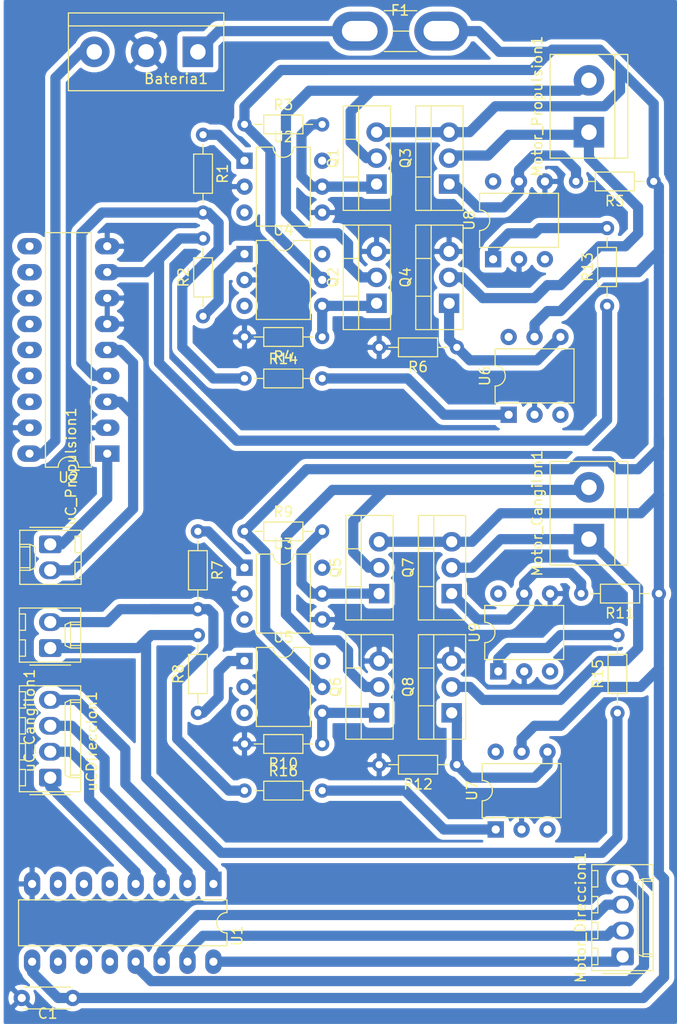
<source format=kicad_pcb>
(kicad_pcb (version 20171130) (host pcbnew "(5.1.5)-3")
  (layers (0 F.Cu signal) (31 B.Cu signal) (34 B.Paste user) (35 F.Paste user) (36 B.SilkS user) (37 F.SilkS user) (38 B.Mask user) (39 F.Mask user) (44 Edge.Cuts user))
  (net 0 "")
  (net 1 "Net-(Bateria1-Pad1)")
  (net 2 "Net-(Motor_Cangilon1-Pad2)")
  (net 3 "Net-(Motor_Cangilon1-Pad1)")
  (net 4 "Net-(Motor_Propulsion1-Pad2)")
  (net 5 "Net-(Motor_Propulsion1-Pad1)")
  (net 6 "Net-(Q1-Pad1)")
  (net 7 "Net-(Q2-Pad1)")
  (net 8 "Net-(Q5-Pad1)")
  (net 9 "Net-(Q6-Pad1)")
  (net 10 Earth)
  (net 11 "Net-(Q3-Pad1)")
  (net 12 "Net-(Q4-Pad1)")
  (net 13 "Net-(Q7-Pad1)")
  (net 14 "Net-(Q8-Pad1)")
  (net 15 "Net-(R1-Pad2)")
  (net 16 "Net-(R16-Pad1)")
  (net 17 "Net-(Motor_Direccion1-Pad4)")
  (net 18 "Net-(Motor_Direccion1-Pad3)")
  (net 19 "Net-(U1-Pad6)")
  (net 20 "Net-(U1-Pad5)")
  (net 21 "Net-(U1-Pad4)")
  (net 22 "Net-(U1-Pad10)")
  (net 23 "Net-(U1-Pad3)")
  (net 24 "Net-(U1-Pad2)")
  (net 25 "Net-(U1-Pad1)")
  (net 26 "Net-(Motor_Direccion1-Pad2)")
  (net 27 "Net-(Motor_Direccion1-Pad1)")
  (net 28 "Net-(U1-Pad7)")
  (net 29 "Net-(U1-Pad12)")
  (net 30 "Net-(U1-Pad11)")
  (net 31 "Net-(C1-Pad1)")
  (net 32 "Net-(R1-Pad1)")
  (net 33 "Net-(R13-Pad1)")
  (net 34 "Net-(R2-Pad1)")
  (net 35 "Net-(R7-Pad1)")
  (net 36 "Net-(R15-Pad1)")
  (net 37 "Net-(R8-Pad1)")
  (net 38 "Net-(R13-Pad2)")
  (net 39 "Net-(R14-Pad2)")
  (net 40 "Net-(R15-Pad2)")
  (net 41 "Net-(R16-Pad2)")
  (net 42 "Net-(U2-Pad6)")
  (net 43 "Net-(U2-Pad3)")
  (net 44 "Net-(U3-Pad6)")
  (net 45 "Net-(U3-Pad3)")
  (net 46 "Net-(U4-Pad6)")
  (net 47 "Net-(U4-Pad3)")
  (net 48 "Net-(U5-Pad6)")
  (net 49 "Net-(U5-Pad3)")
  (net 50 "Net-(U6-Pad6)")
  (net 51 "Net-(U6-Pad3)")
  (net 52 "Net-(U7-Pad6)")
  (net 53 "Net-(U7-Pad3)")
  (net 54 "Net-(U8-Pad6)")
  (net 55 "Net-(U8-Pad3)")
  (net 56 "Net-(U9-Pad6)")
  (net 57 "Net-(U9-Pad3)")
  (net 58 "Net-(U2-Pad1)")
  (net 59 "Net-(U2-Pad10)")
  (net 60 "Net-(U2-Pad11)")
  (net 61 "Net-(U2-Pad12)")
  (net 62 "Net-(U2-Pad13)")
  (net 63 "Net-(U2-Pad14)")
  (module Connector_Molex:Molex_KK-254_AE-6410-04A_1x04_P2.54mm_Vertical (layer F.Cu) (at 102.362 115.57 90)
    (fp_text reference uCDireccion1 (at 3.556 4.064 90) (layer F.SilkS))
    (fp_text value Screw_Terminal_01x04)
    (pad 4 thru_hole oval (at 7.62 0 90) (size 1.74 2.2) (drill 1.2) (layers *.Cu *.Mask) (net 25 "Net-(U1-Pad1)"))
    (pad 3 thru_hole oval (at 5.08 0 90) (size 1.74 2.2) (drill 1.2) (layers *.Cu *.Mask) (net 24 "Net-(U1-Pad2)"))
    (pad 2 thru_hole oval (at 2.54 0 90) (size 1.74 2.2) (drill 1.2) (layers *.Cu *.Mask) (net 23 "Net-(U1-Pad3)"))
    (pad 1 thru_hole roundrect (at 0 0 90) (size 1.74 2.2) (drill 1.2) (layers *.Cu *.Mask) (roundrect_rratio 0.143678) (net 21 "Net-(U1-Pad4)"))
  )
  (module TerminalBlock:TerminalBlock_bornier-3_P5.08mm (layer F.Cu) (at 116.84 44.45 180)
    (fp_text reference Bateria1 (at 2.1336 -2.6416) (layer F.SilkS))
    (fp_text value Screw_Terminal_01x02)
    (pad 3 thru_hole circle (at 10.16 0 180) (size 3 3) (drill 1.52) (layers *.Cu *.Mask))
    (pad 2 thru_hole circle (at 5.08 0 180) (size 3 3) (drill 1.52) (layers *.Cu *.Mask) (net 10 Earth))
    (pad 1 thru_hole rect (at 0 0 180) (size 3 3) (drill 1.52) (layers *.Cu *.Mask) (net 1 "Net-(Bateria1-Pad1)"))
  )
  (module Resistor_THT:R_Axial_DIN0204_L3.6mm_D1.6mm_P7.62mm_Horizontal (layer F.Cu) (at 142.24 73.406 180)
    (fp_text reference R6 (at 3.81 -1.92) (layer F.SilkS))
    (fp_text value 10k)
    (pad 2 thru_hole oval (at 7.62 0 180) (size 1.4 1.4) (drill 0.7) (layers *.Cu *.Mask) (net 10 Earth))
    (pad 1 thru_hole circle (at 0 0 180) (size 1.4 1.4) (drill 0.7) (layers *.Cu *.Mask) (net 12 "Net-(Q4-Pad1)"))
  )
  (module Package_DIP:DIP-6_W7.62mm (layer F.Cu) (at 146.05 120.65 90)
    (fp_text reference U7 (at 3.81 -2.33 90) (layer F.SilkS))
    (fp_text value 4N25)
    (pad 6 thru_hole oval (at 7.62 0 90) (size 1.6 1.6) (drill 0.8) (layers *.Cu *.Mask) (net 52 "Net-(U7-Pad6)"))
    (pad 3 thru_hole oval (at 0 5.08 90) (size 1.6 1.6) (drill 0.8) (layers *.Cu *.Mask) (net 53 "Net-(U7-Pad3)"))
    (pad 5 thru_hole oval (at 7.62 2.54 90) (size 1.6 1.6) (drill 0.8) (layers *.Cu *.Mask) (net 31 "Net-(C1-Pad1)"))
    (pad 2 thru_hole oval (at 0 2.54 90) (size 1.6 1.6) (drill 0.8) (layers *.Cu *.Mask) (net 10 Earth))
    (pad 4 thru_hole oval (at 7.62 5.08 90) (size 1.6 1.6) (drill 0.8) (layers *.Cu *.Mask) (net 14 "Net-(Q8-Pad1)"))
    (pad 1 thru_hole rect (at 0 0 90) (size 1.6 1.6) (drill 0.8) (layers *.Cu *.Mask) (net 41 "Net-(R16-Pad2)"))
  )
  (module Resistor_THT:R_Axial_DIN0204_L3.6mm_D1.6mm_P7.62mm_Horizontal (layer F.Cu) (at 161.544 57.15 180)
    (fp_text reference R5 (at 3.81 -1.92) (layer F.SilkS))
    (fp_text value 10k)
    (pad 2 thru_hole oval (at 7.62 0 180) (size 1.4 1.4) (drill 0.7) (layers *.Cu *.Mask) (net 11 "Net-(Q3-Pad1)"))
    (pad 1 thru_hole circle (at 0 0 180) (size 1.4 1.4) (drill 0.7) (layers *.Cu *.Mask) (net 31 "Net-(C1-Pad1)"))
  )
  (module Resistor_THT:R_Axial_DIN0204_L3.6mm_D1.6mm_P7.62mm_Horizontal (layer F.Cu) (at 129.032 72.39 180)
    (fp_text reference R4 (at 3.81 -1.92) (layer F.SilkS))
    (fp_text value 10k)
    (pad 2 thru_hole oval (at 7.62 0 180) (size 1.4 1.4) (drill 0.7) (layers *.Cu *.Mask) (net 10 Earth))
    (pad 1 thru_hole circle (at 0 0 180) (size 1.4 1.4) (drill 0.7) (layers *.Cu *.Mask) (net 7 "Net-(Q2-Pad1)"))
  )
  (module Resistor_THT:R_Axial_DIN0204_L3.6mm_D1.6mm_P7.62mm_Horizontal (layer F.Cu) (at 121.412 51.562)
    (fp_text reference R3 (at 3.81 -1.92) (layer F.SilkS))
    (fp_text value 10k)
    (pad 2 thru_hole oval (at 7.62 0) (size 1.4 1.4) (drill 0.7) (layers *.Cu *.Mask) (net 6 "Net-(Q1-Pad1)"))
    (pad 1 thru_hole circle (at 0 0) (size 1.4 1.4) (drill 0.7) (layers *.Cu *.Mask) (net 31 "Net-(C1-Pad1)"))
  )
  (module Resistor_THT:R_Axial_DIN0204_L3.6mm_D1.6mm_P7.62mm_Horizontal (layer F.Cu) (at 117.348 52.578 270)
    (fp_text reference R1 (at 3.81 -1.92 90) (layer F.SilkS))
    (fp_text value 220)
    (pad 2 thru_hole oval (at 7.62 0 270) (size 1.4 1.4) (drill 0.7) (layers *.Cu *.Mask) (net 15 "Net-(R1-Pad2)"))
    (pad 1 thru_hole circle (at 0 0 270) (size 1.4 1.4) (drill 0.7) (layers *.Cu *.Mask) (net 32 "Net-(R1-Pad1)"))
  )
  (module Package_DIP:DIP-6_W7.62mm (layer F.Cu) (at 146.304 105.156 90)
    (fp_text reference U9 (at 3.81 -2.33 90) (layer F.SilkS))
    (fp_text value 4N25)
    (pad 6 thru_hole oval (at 7.62 0 90) (size 1.6 1.6) (drill 0.8) (layers *.Cu *.Mask) (net 56 "Net-(U9-Pad6)"))
    (pad 3 thru_hole oval (at 0 5.08 90) (size 1.6 1.6) (drill 0.8) (layers *.Cu *.Mask) (net 57 "Net-(U9-Pad3)"))
    (pad 5 thru_hole oval (at 7.62 2.54 90) (size 1.6 1.6) (drill 0.8) (layers *.Cu *.Mask) (net 13 "Net-(Q7-Pad1)"))
    (pad 2 thru_hole oval (at 0 2.54 90) (size 1.6 1.6) (drill 0.8) (layers *.Cu *.Mask) (net 10 Earth))
    (pad 4 thru_hole oval (at 7.62 5.08 90) (size 1.6 1.6) (drill 0.8) (layers *.Cu *.Mask) (net 10 Earth))
    (pad 1 thru_hole rect (at 0 0 90) (size 1.6 1.6) (drill 0.8) (layers *.Cu *.Mask) (net 40 "Net-(R15-Pad2)"))
  )
  (module Package_DIP:DIP-6_W7.62mm (layer F.Cu) (at 145.796 64.77 90)
    (fp_text reference U8 (at 3.81 -2.33 90) (layer F.SilkS))
    (fp_text value 4N25)
    (pad 6 thru_hole oval (at 7.62 0 90) (size 1.6 1.6) (drill 0.8) (layers *.Cu *.Mask) (net 54 "Net-(U8-Pad6)"))
    (pad 3 thru_hole oval (at 0 5.08 90) (size 1.6 1.6) (drill 0.8) (layers *.Cu *.Mask) (net 55 "Net-(U8-Pad3)"))
    (pad 5 thru_hole oval (at 7.62 2.54 90) (size 1.6 1.6) (drill 0.8) (layers *.Cu *.Mask) (net 11 "Net-(Q3-Pad1)"))
    (pad 2 thru_hole oval (at 0 2.54 90) (size 1.6 1.6) (drill 0.8) (layers *.Cu *.Mask) (net 10 Earth))
    (pad 4 thru_hole oval (at 7.62 5.08 90) (size 1.6 1.6) (drill 0.8) (layers *.Cu *.Mask) (net 10 Earth))
    (pad 1 thru_hole rect (at 0 0 90) (size 1.6 1.6) (drill 0.8) (layers *.Cu *.Mask) (net 38 "Net-(R13-Pad2)"))
  )
  (module Package_DIP:DIP-6_W7.62mm (layer F.Cu) (at 147.32 80.01 90)
    (fp_text reference U6 (at 3.81 -2.33 90) (layer F.SilkS))
    (fp_text value 4N25)
    (pad 6 thru_hole oval (at 7.62 0 90) (size 1.6 1.6) (drill 0.8) (layers *.Cu *.Mask) (net 50 "Net-(U6-Pad6)"))
    (pad 3 thru_hole oval (at 0 5.08 90) (size 1.6 1.6) (drill 0.8) (layers *.Cu *.Mask) (net 51 "Net-(U6-Pad3)"))
    (pad 5 thru_hole oval (at 7.62 2.54 90) (size 1.6 1.6) (drill 0.8) (layers *.Cu *.Mask) (net 31 "Net-(C1-Pad1)"))
    (pad 2 thru_hole oval (at 0 2.54 90) (size 1.6 1.6) (drill 0.8) (layers *.Cu *.Mask) (net 10 Earth))
    (pad 4 thru_hole oval (at 7.62 5.08 90) (size 1.6 1.6) (drill 0.8) (layers *.Cu *.Mask) (net 12 "Net-(Q4-Pad1)"))
    (pad 1 thru_hole rect (at 0 0 90) (size 1.6 1.6) (drill 0.8) (layers *.Cu *.Mask) (net 39 "Net-(R14-Pad2)"))
  )
  (module Package_DIP:DIP-6_W7.62mm (layer F.Cu) (at 121.412 104.14)
    (fp_text reference U5 (at 3.81 -2.33) (layer F.SilkS))
    (fp_text value 4N25)
    (pad 6 thru_hole oval (at 7.62 0) (size 1.6 1.6) (drill 0.8) (layers *.Cu *.Mask) (net 48 "Net-(U5-Pad6)"))
    (pad 3 thru_hole oval (at 0 5.08) (size 1.6 1.6) (drill 0.8) (layers *.Cu *.Mask) (net 49 "Net-(U5-Pad3)"))
    (pad 5 thru_hole oval (at 7.62 2.54) (size 1.6 1.6) (drill 0.8) (layers *.Cu *.Mask) (net 31 "Net-(C1-Pad1)"))
    (pad 2 thru_hole oval (at 0 2.54) (size 1.6 1.6) (drill 0.8) (layers *.Cu *.Mask) (net 10 Earth))
    (pad 4 thru_hole oval (at 7.62 5.08) (size 1.6 1.6) (drill 0.8) (layers *.Cu *.Mask) (net 9 "Net-(Q6-Pad1)"))
    (pad 1 thru_hole rect (at 0 0) (size 1.6 1.6) (drill 0.8) (layers *.Cu *.Mask) (net 37 "Net-(R8-Pad1)"))
  )
  (module Package_DIP:DIP-6_W7.62mm (layer F.Cu) (at 121.412 64.262)
    (fp_text reference U4 (at 3.81 -2.33) (layer F.SilkS))
    (fp_text value 4N25)
    (pad 6 thru_hole oval (at 7.62 0) (size 1.6 1.6) (drill 0.8) (layers *.Cu *.Mask) (net 46 "Net-(U4-Pad6)"))
    (pad 3 thru_hole oval (at 0 5.08) (size 1.6 1.6) (drill 0.8) (layers *.Cu *.Mask) (net 47 "Net-(U4-Pad3)"))
    (pad 5 thru_hole oval (at 7.62 2.54) (size 1.6 1.6) (drill 0.8) (layers *.Cu *.Mask) (net 31 "Net-(C1-Pad1)"))
    (pad 2 thru_hole oval (at 0 2.54) (size 1.6 1.6) (drill 0.8) (layers *.Cu *.Mask) (net 10 Earth))
    (pad 4 thru_hole oval (at 7.62 5.08) (size 1.6 1.6) (drill 0.8) (layers *.Cu *.Mask) (net 7 "Net-(Q2-Pad1)"))
    (pad 1 thru_hole rect (at 0 0) (size 1.6 1.6) (drill 0.8) (layers *.Cu *.Mask) (net 34 "Net-(R2-Pad1)"))
  )
  (module Package_DIP:DIP-6_W7.62mm (layer F.Cu) (at 121.412 94.996)
    (fp_text reference U3 (at 3.81 -2.33) (layer F.SilkS))
    (fp_text value 4N25)
    (pad 6 thru_hole oval (at 7.62 0) (size 1.6 1.6) (drill 0.8) (layers *.Cu *.Mask) (net 44 "Net-(U3-Pad6)"))
    (pad 3 thru_hole oval (at 0 5.08) (size 1.6 1.6) (drill 0.8) (layers *.Cu *.Mask) (net 45 "Net-(U3-Pad3)"))
    (pad 5 thru_hole oval (at 7.62 2.54) (size 1.6 1.6) (drill 0.8) (layers *.Cu *.Mask) (net 8 "Net-(Q5-Pad1)"))
    (pad 2 thru_hole oval (at 0 2.54) (size 1.6 1.6) (drill 0.8) (layers *.Cu *.Mask) (net 10 Earth))
    (pad 4 thru_hole oval (at 7.62 5.08) (size 1.6 1.6) (drill 0.8) (layers *.Cu *.Mask) (net 10 Earth))
    (pad 1 thru_hole rect (at 0 0) (size 1.6 1.6) (drill 0.8) (layers *.Cu *.Mask) (net 35 "Net-(R7-Pad1)"))
  )
  (module Package_DIP:DIP-6_W7.62mm (layer F.Cu) (at 121.412 55.118)
    (fp_text reference U2 (at 3.81 -2.33) (layer F.SilkS))
    (fp_text value 4N25)
    (pad 6 thru_hole oval (at 7.62 0) (size 1.6 1.6) (drill 0.8) (layers *.Cu *.Mask) (net 42 "Net-(U2-Pad6)"))
    (pad 3 thru_hole oval (at 0 5.08) (size 1.6 1.6) (drill 0.8) (layers *.Cu *.Mask) (net 43 "Net-(U2-Pad3)"))
    (pad 5 thru_hole oval (at 7.62 2.54) (size 1.6 1.6) (drill 0.8) (layers *.Cu *.Mask) (net 6 "Net-(Q1-Pad1)"))
    (pad 2 thru_hole oval (at 0 2.54) (size 1.6 1.6) (drill 0.8) (layers *.Cu *.Mask) (net 10 Earth))
    (pad 4 thru_hole oval (at 7.62 5.08) (size 1.6 1.6) (drill 0.8) (layers *.Cu *.Mask) (net 10 Earth))
    (pad 1 thru_hole rect (at 0 0) (size 1.6 1.6) (drill 0.8) (layers *.Cu *.Mask) (net 32 "Net-(R1-Pad1)"))
  )
  (module Resistor_THT:R_Axial_DIN0204_L3.6mm_D1.6mm_P7.62mm_Horizontal (layer F.Cu) (at 121.412 116.84)
    (fp_text reference R16 (at 3.81 -1.92) (layer F.SilkS))
    (fp_text value 220)
    (pad 2 thru_hole oval (at 7.62 0) (size 1.4 1.4) (drill 0.7) (layers *.Cu *.Mask) (net 41 "Net-(R16-Pad2)"))
    (pad 1 thru_hole circle (at 0 0) (size 1.4 1.4) (drill 0.7) (layers *.Cu *.Mask) (net 16 "Net-(R16-Pad1)"))
  )
  (module Resistor_THT:R_Axial_DIN0204_L3.6mm_D1.6mm_P7.62mm_Horizontal (layer F.Cu) (at 157.988 109.22 90)
    (fp_text reference R15 (at 3.81 -1.92 90) (layer F.SilkS))
    (fp_text value 220)
    (pad 2 thru_hole oval (at 7.62 0 90) (size 1.4 1.4) (drill 0.7) (layers *.Cu *.Mask) (net 40 "Net-(R15-Pad2)"))
    (pad 1 thru_hole circle (at 0 0 90) (size 1.4 1.4) (drill 0.7) (layers *.Cu *.Mask) (net 36 "Net-(R15-Pad1)"))
  )
  (module Resistor_THT:R_Axial_DIN0204_L3.6mm_D1.6mm_P7.62mm_Horizontal (layer F.Cu) (at 121.412 76.454)
    (fp_text reference R14 (at 3.81 -1.92) (layer F.SilkS))
    (fp_text value 220)
    (pad 2 thru_hole oval (at 7.62 0) (size 1.4 1.4) (drill 0.7) (layers *.Cu *.Mask) (net 39 "Net-(R14-Pad2)"))
    (pad 1 thru_hole circle (at 0 0) (size 1.4 1.4) (drill 0.7) (layers *.Cu *.Mask) (net 15 "Net-(R1-Pad2)"))
  )
  (module Resistor_THT:R_Axial_DIN0204_L3.6mm_D1.6mm_P7.62mm_Horizontal (layer F.Cu) (at 156.972 69.342 90)
    (fp_text reference R13 (at 3.81 -1.92 90) (layer F.SilkS))
    (fp_text value 220)
    (pad 2 thru_hole oval (at 7.62 0 90) (size 1.4 1.4) (drill 0.7) (layers *.Cu *.Mask) (net 38 "Net-(R13-Pad2)"))
    (pad 1 thru_hole circle (at 0 0 90) (size 1.4 1.4) (drill 0.7) (layers *.Cu *.Mask) (net 33 "Net-(R13-Pad1)"))
  )
  (module Resistor_THT:R_Axial_DIN0204_L3.6mm_D1.6mm_P7.62mm_Horizontal (layer F.Cu) (at 142.24 114.3 180)
    (fp_text reference R12 (at 3.81 -1.92) (layer F.SilkS))
    (fp_text value 10k)
    (pad 2 thru_hole oval (at 7.62 0 180) (size 1.4 1.4) (drill 0.7) (layers *.Cu *.Mask) (net 10 Earth))
    (pad 1 thru_hole circle (at 0 0 180) (size 1.4 1.4) (drill 0.7) (layers *.Cu *.Mask) (net 14 "Net-(Q8-Pad1)"))
  )
  (module Resistor_THT:R_Axial_DIN0204_L3.6mm_D1.6mm_P7.62mm_Horizontal (layer F.Cu) (at 162.052 97.536 180)
    (fp_text reference R11 (at 3.81 -1.92) (layer F.SilkS))
    (fp_text value 10k)
    (pad 2 thru_hole oval (at 7.62 0 180) (size 1.4 1.4) (drill 0.7) (layers *.Cu *.Mask) (net 13 "Net-(Q7-Pad1)"))
    (pad 1 thru_hole circle (at 0 0 180) (size 1.4 1.4) (drill 0.7) (layers *.Cu *.Mask) (net 31 "Net-(C1-Pad1)"))
  )
  (module Resistor_THT:R_Axial_DIN0204_L3.6mm_D1.6mm_P7.62mm_Horizontal (layer F.Cu) (at 129.032 112.268 180)
    (fp_text reference R10 (at 3.81 -1.92) (layer F.SilkS))
    (fp_text value 10k)
    (pad 2 thru_hole oval (at 7.62 0 180) (size 1.4 1.4) (drill 0.7) (layers *.Cu *.Mask) (net 10 Earth))
    (pad 1 thru_hole circle (at 0 0 180) (size 1.4 1.4) (drill 0.7) (layers *.Cu *.Mask) (net 9 "Net-(Q6-Pad1)"))
  )
  (module Resistor_THT:R_Axial_DIN0204_L3.6mm_D1.6mm_P7.62mm_Horizontal (layer F.Cu) (at 121.412 91.44)
    (fp_text reference R9 (at 3.81 -1.92) (layer F.SilkS))
    (fp_text value 10k)
    (pad 2 thru_hole oval (at 7.62 0) (size 1.4 1.4) (drill 0.7) (layers *.Cu *.Mask) (net 8 "Net-(Q5-Pad1)"))
    (pad 1 thru_hole circle (at 0 0) (size 1.4 1.4) (drill 0.7) (layers *.Cu *.Mask) (net 31 "Net-(C1-Pad1)"))
  )
  (module Resistor_THT:R_Axial_DIN0204_L3.6mm_D1.6mm_P7.62mm_Horizontal (layer F.Cu) (at 116.84 109.22 90)
    (fp_text reference R8 (at 3.81 -1.92 90) (layer F.SilkS))
    (fp_text value 220)
    (pad 2 thru_hole oval (at 7.62 0 90) (size 1.4 1.4) (drill 0.7) (layers *.Cu *.Mask) (net 36 "Net-(R15-Pad1)"))
    (pad 1 thru_hole circle (at 0 0 90) (size 1.4 1.4) (drill 0.7) (layers *.Cu *.Mask) (net 37 "Net-(R8-Pad1)"))
  )
  (module Resistor_THT:R_Axial_DIN0204_L3.6mm_D1.6mm_P7.62mm_Horizontal (layer F.Cu) (at 116.84 91.44 270)
    (fp_text reference R7 (at 3.81 -1.92 90) (layer F.SilkS))
    (fp_text value 220)
    (pad 2 thru_hole oval (at 7.62 0 270) (size 1.4 1.4) (drill 0.7) (layers *.Cu *.Mask) (net 16 "Net-(R16-Pad1)"))
    (pad 1 thru_hole circle (at 0 0 270) (size 1.4 1.4) (drill 0.7) (layers *.Cu *.Mask) (net 35 "Net-(R7-Pad1)"))
  )
  (module Resistor_THT:R_Axial_DIN0204_L3.6mm_D1.6mm_P7.62mm_Horizontal (layer F.Cu) (at 117.348 70.358 90)
    (fp_text reference R2 (at 3.81 -1.92 90) (layer F.SilkS))
    (fp_text value 220)
    (pad 2 thru_hole oval (at 7.62 0 90) (size 1.4 1.4) (drill 0.7) (layers *.Cu *.Mask) (net 33 "Net-(R13-Pad1)"))
    (pad 1 thru_hole circle (at 0 0 90) (size 1.4 1.4) (drill 0.7) (layers *.Cu *.Mask) (net 34 "Net-(R2-Pad1)"))
  )
  (module Package_TO_SOT_THT:TO-220-3_Vertical (layer F.Cu) (at 141.732 109.22 90)
    (fp_text reference Q8 (at 2.54 -4.27 90) (layer F.SilkS))
    (fp_text value IRF540N)
    (pad 3 thru_hole oval (at 5.08 0 90) (size 1.905 2) (drill 1.1) (layers *.Cu *.Mask) (net 10 Earth))
    (pad 2 thru_hole oval (at 2.54 0 90) (size 1.905 2) (drill 1.1) (layers *.Cu *.Mask) (net 3 "Net-(Motor_Cangilon1-Pad1)"))
    (pad 1 thru_hole rect (at 0 0 90) (size 1.905 2) (drill 1.1) (layers *.Cu *.Mask) (net 14 "Net-(Q8-Pad1)"))
  )
  (module Package_TO_SOT_THT:TO-220-3_Vertical (layer F.Cu) (at 141.732 97.536 90)
    (fp_text reference Q7 (at 2.54 -4.27 90) (layer F.SilkS))
    (fp_text value IRF9540N)
    (pad 3 thru_hole oval (at 5.08 0 90) (size 1.905 2) (drill 1.1) (layers *.Cu *.Mask) (net 31 "Net-(C1-Pad1)"))
    (pad 2 thru_hole oval (at 2.54 0 90) (size 1.905 2) (drill 1.1) (layers *.Cu *.Mask) (net 3 "Net-(Motor_Cangilon1-Pad1)"))
    (pad 1 thru_hole rect (at 0 0 90) (size 1.905 2) (drill 1.1) (layers *.Cu *.Mask) (net 13 "Net-(Q7-Pad1)"))
  )
  (module Package_TO_SOT_THT:TO-220-3_Vertical (layer F.Cu) (at 134.62 109.22 90)
    (fp_text reference Q6 (at 2.54 -4.27 90) (layer F.SilkS))
    (fp_text value IRF540N)
    (pad 3 thru_hole oval (at 5.08 0 90) (size 1.905 2) (drill 1.1) (layers *.Cu *.Mask) (net 10 Earth))
    (pad 2 thru_hole oval (at 2.54 0 90) (size 1.905 2) (drill 1.1) (layers *.Cu *.Mask) (net 2 "Net-(Motor_Cangilon1-Pad2)"))
    (pad 1 thru_hole rect (at 0 0 90) (size 1.905 2) (drill 1.1) (layers *.Cu *.Mask) (net 9 "Net-(Q6-Pad1)"))
  )
  (module Package_TO_SOT_THT:TO-220-3_Vertical (layer F.Cu) (at 134.62 97.536 90)
    (fp_text reference Q5 (at 2.54 -4.27 90) (layer F.SilkS))
    (fp_text value IRF9540N)
    (pad 3 thru_hole oval (at 5.08 0 90) (size 1.905 2) (drill 1.1) (layers *.Cu *.Mask) (net 31 "Net-(C1-Pad1)"))
    (pad 2 thru_hole oval (at 2.54 0 90) (size 1.905 2) (drill 1.1) (layers *.Cu *.Mask) (net 2 "Net-(Motor_Cangilon1-Pad2)"))
    (pad 1 thru_hole rect (at 0 0 90) (size 1.905 2) (drill 1.1) (layers *.Cu *.Mask) (net 8 "Net-(Q5-Pad1)"))
  )
  (module Capacitor_THT:C_Disc_D4.3mm_W1.9mm_P5.00mm (layer F.Cu) (at 104.568 137.16 180)
    (fp_text reference C1 (at 2.46 -1.524) (layer F.SilkS))
    (fp_text value C)
    (pad 2 thru_hole circle (at 5 0 180) (size 1.6 1.6) (drill 0.8) (layers *.Cu *.Mask) (net 10 Earth))
    (pad 1 thru_hole circle (at 0 0 180) (size 1.6 1.6) (drill 0.8) (layers *.Cu *.Mask) (net 31 "Net-(C1-Pad1)"))
  )
  (module Fuse:Fuse_Blade_Mini_directSolder (layer F.Cu) (at 132.716 42.418)
    (fp_text reference F1 (at 3.95 -2.032) (layer F.SilkS))
    (fp_text value Fuse)
    (pad 2 thru_hole oval (at 8 0) (size 5.3 3.8) (drill oval 3.5 2) (layers *.Cu *.Mask) (net 31 "Net-(C1-Pad1)"))
    (pad 1 thru_hole oval (at 0 0) (size 5.5 3.8) (drill oval 3.5 2) (layers *.Cu *.Mask) (net 1 "Net-(Bateria1-Pad1)"))
  )
  (module Package_DIP:DIP-16_W7.62mm_LongPads (layer F.Cu) (at 118.364 125.984 270)
    (fp_text reference U1 (at 5.08 -2.33 90) (layer F.SilkS))
    (fp_text value ULN2003)
    (pad 16 thru_hole oval (at 7.62 0 270) (size 2.4 1.6) (drill 0.8) (layers *.Cu *.Mask) (net 27 "Net-(Motor_Direccion1-Pad1)"))
    (pad 8 thru_hole oval (at 0 17.78 270) (size 2.4 1.6) (drill 0.8) (layers *.Cu *.Mask) (net 10 Earth))
    (pad 15 thru_hole oval (at 7.62 2.54 270) (size 2.4 1.6) (drill 0.8) (layers *.Cu *.Mask) (net 26 "Net-(Motor_Direccion1-Pad2)"))
    (pad 7 thru_hole oval (at 0 15.24 270) (size 2.4 1.6) (drill 0.8) (layers *.Cu *.Mask) (net 28 "Net-(U1-Pad7)"))
    (pad 14 thru_hole oval (at 7.62 5.08 270) (size 2.4 1.6) (drill 0.8) (layers *.Cu *.Mask) (net 18 "Net-(Motor_Direccion1-Pad3)"))
    (pad 6 thru_hole oval (at 0 12.7 270) (size 2.4 1.6) (drill 0.8) (layers *.Cu *.Mask) (net 19 "Net-(U1-Pad6)"))
    (pad 13 thru_hole oval (at 7.62 7.62 270) (size 2.4 1.6) (drill 0.8) (layers *.Cu *.Mask) (net 17 "Net-(Motor_Direccion1-Pad4)"))
    (pad 5 thru_hole oval (at 0 10.16 270) (size 2.4 1.6) (drill 0.8) (layers *.Cu *.Mask) (net 20 "Net-(U1-Pad5)"))
    (pad 12 thru_hole oval (at 7.62 10.16 270) (size 2.4 1.6) (drill 0.8) (layers *.Cu *.Mask) (net 29 "Net-(U1-Pad12)"))
    (pad 4 thru_hole oval (at 0 7.62 270) (size 2.4 1.6) (drill 0.8) (layers *.Cu *.Mask) (net 21 "Net-(U1-Pad4)"))
    (pad 11 thru_hole oval (at 7.62 12.7 270) (size 2.4 1.6) (drill 0.8) (layers *.Cu *.Mask) (net 30 "Net-(U1-Pad11)"))
    (pad 3 thru_hole oval (at 0 5.08 270) (size 2.4 1.6) (drill 0.8) (layers *.Cu *.Mask) (net 23 "Net-(U1-Pad3)"))
    (pad 10 thru_hole oval (at 7.62 15.24 270) (size 2.4 1.6) (drill 0.8) (layers *.Cu *.Mask) (net 22 "Net-(U1-Pad10)"))
    (pad 2 thru_hole oval (at 0 2.54 270) (size 2.4 1.6) (drill 0.8) (layers *.Cu *.Mask) (net 24 "Net-(U1-Pad2)"))
    (pad 9 thru_hole oval (at 7.62 17.78 270) (size 2.4 1.6) (drill 0.8) (layers *.Cu *.Mask) (net 31 "Net-(C1-Pad1)"))
    (pad 1 thru_hole rect (at 0 0 270) (size 2.4 1.6) (drill 0.8) (layers *.Cu *.Mask) (net 25 "Net-(U1-Pad1)"))
  )
  (module Package_TO_SOT_THT:TO-220-3_Vertical (layer F.Cu) (at 141.478 57.404 90)
    (fp_text reference Q3 (at 2.54 -4.27 90) (layer F.SilkS))
    (fp_text value IRF9540N)
    (pad 3 thru_hole oval (at 5.08 0 90) (size 1.905 2) (drill 1.1) (layers *.Cu *.Mask) (net 31 "Net-(C1-Pad1)"))
    (pad 2 thru_hole oval (at 2.54 0 90) (size 1.905 2) (drill 1.1) (layers *.Cu *.Mask) (net 5 "Net-(Motor_Propulsion1-Pad1)"))
    (pad 1 thru_hole rect (at 0 0 90) (size 1.905 2) (drill 1.1) (layers *.Cu *.Mask) (net 11 "Net-(Q3-Pad1)"))
  )
  (module Connector_Molex:Molex_KK-254_AE-6410-04A_1x04_P2.54mm_Vertical (layer F.Cu) (at 158.496 133.096 90)
    (fp_text reference Motor_Direccion1 (at 3.81 -4.12 90) (layer F.SilkS))
    (fp_text value Screw_Terminal_01x04)
    (pad 4 thru_hole oval (at 7.62 0 90) (size 1.74 2.2) (drill 1.2) (layers *.Cu *.Mask) (net 17 "Net-(Motor_Direccion1-Pad4)"))
    (pad 3 thru_hole oval (at 5.08 0 90) (size 1.74 2.2) (drill 1.2) (layers *.Cu *.Mask) (net 18 "Net-(Motor_Direccion1-Pad3)"))
    (pad 2 thru_hole oval (at 2.54 0 90) (size 1.74 2.2) (drill 1.2) (layers *.Cu *.Mask) (net 26 "Net-(Motor_Direccion1-Pad2)"))
    (pad 1 thru_hole roundrect (at 0 0 90) (size 1.74 2.2) (drill 1.2) (layers *.Cu *.Mask) (roundrect_rratio 0.144) (net 27 "Net-(Motor_Direccion1-Pad1)"))
  )
  (module Connector_Molex:Molex_KK-254_AE-6410-02A_1x02_P2.54mm_Vertical (layer F.Cu) (at 102.362 92.71 270)
    (fp_text reference uC_Propulsion1 (at -7.62 -2.032 90) (layer F.SilkS))
    (fp_text value Screw_Terminal_01x02)
    (pad 2 thru_hole oval (at 2.54 0 270) (size 1.74 2.2) (drill 1.2) (layers *.Cu *.Mask) (net 43 "Net-(U2-Pad3)"))
    (pad 1 thru_hole roundrect (at 0 0 270) (size 1.74 2.2) (drill 1.2) (layers *.Cu *.Mask) (roundrect_rratio 0.143678) (net 58 "Net-(U2-Pad1)"))
  )
  (module Connector_Molex:Molex_KK-254_AE-6410-02A_1x02_P2.54mm_Vertical (layer F.Cu) (at 102.362 102.87 90)
    (fp_text reference uC_Cangilon1 (at -7.112 -2.032 90) (layer F.SilkS))
    (fp_text value Screw_Terminal_01x02)
    (pad 2 thru_hole oval (at 2.54 0 90) (size 1.74 2.2) (drill 1.2) (layers *.Cu *.Mask) (net 16 "Net-(R16-Pad1)"))
    (pad 1 thru_hole roundrect (at 0 0 90) (size 1.74 2.2) (drill 1.2) (layers *.Cu *.Mask) (roundrect_rratio 0.143678) (net 36 "Net-(R15-Pad1)"))
  )
  (module Package_TO_SOT_THT:TO-220-3_Vertical (layer F.Cu) (at 141.478 69.088 90)
    (fp_text reference Q4 (at 2.54 -4.27 90) (layer F.SilkS))
    (fp_text value IRF540N)
    (pad 3 thru_hole oval (at 5.08 0 90) (size 1.905 2) (drill 1.1) (layers *.Cu *.Mask) (net 10 Earth))
    (pad 2 thru_hole oval (at 2.54 0 90) (size 1.905 2) (drill 1.1) (layers *.Cu *.Mask) (net 5 "Net-(Motor_Propulsion1-Pad1)"))
    (pad 1 thru_hole rect (at 0 0 90) (size 1.905 2) (drill 1.1) (layers *.Cu *.Mask) (net 12 "Net-(Q4-Pad1)"))
  )
  (module Package_TO_SOT_THT:TO-220-3_Vertical (layer F.Cu) (at 134.366 69.088 90)
    (fp_text reference Q2 (at 2.54 -4.27 90) (layer F.SilkS))
    (fp_text value IRF540N)
    (pad 3 thru_hole oval (at 5.08 0 90) (size 1.905 2) (drill 1.1) (layers *.Cu *.Mask) (net 10 Earth))
    (pad 2 thru_hole oval (at 2.54 0 90) (size 1.905 2) (drill 1.1) (layers *.Cu *.Mask) (net 4 "Net-(Motor_Propulsion1-Pad2)"))
    (pad 1 thru_hole rect (at 0 0 90) (size 1.905 2) (drill 1.1) (layers *.Cu *.Mask) (net 7 "Net-(Q2-Pad1)"))
  )
  (module Package_TO_SOT_THT:TO-220-3_Vertical (layer F.Cu) (at 134.366 57.404 90)
    (fp_text reference Q1 (at 2.54 -4.27 90) (layer F.SilkS))
    (fp_text value IRF9540N)
    (pad 3 thru_hole oval (at 5.08 0 90) (size 1.905 2) (drill 1.1) (layers *.Cu *.Mask) (net 31 "Net-(C1-Pad1)"))
    (pad 2 thru_hole oval (at 2.54 0 90) (size 1.905 2) (drill 1.1) (layers *.Cu *.Mask) (net 4 "Net-(Motor_Propulsion1-Pad2)"))
    (pad 1 thru_hole rect (at 0 0 90) (size 1.905 2) (drill 1.1) (layers *.Cu *.Mask) (net 6 "Net-(Q1-Pad1)"))
  )
  (module TerminalBlock:TerminalBlock_bornier-2_P5.08mm (layer F.Cu) (at 155.194 52.324 90)
    (fp_text reference Motor_Propulsion1 (at 2.54 -5.08 90) (layer F.SilkS))
    (fp_text value Screw_Terminal_01x02)
    (pad 2 thru_hole circle (at 5.08 0 90) (size 3 3) (drill 1.52) (layers *.Cu *.Mask) (net 4 "Net-(Motor_Propulsion1-Pad2)"))
    (pad 1 thru_hole rect (at 0 0 90) (size 3 3) (drill 1.52) (layers *.Cu *.Mask) (net 5 "Net-(Motor_Propulsion1-Pad1)"))
  )
  (module TerminalBlock:TerminalBlock_bornier-2_P5.08mm (layer F.Cu) (at 155.194 92.202 90)
    (fp_text reference Motor_Cangilon1 (at 2.54 -5.08 90) (layer F.SilkS))
    (fp_text value Screw_Terminal_01x02)
    (pad 2 thru_hole circle (at 5.08 0 90) (size 3 3) (drill 1.52) (layers *.Cu *.Mask) (net 2 "Net-(Motor_Cangilon1-Pad2)"))
    (pad 1 thru_hole rect (at 0 0 90) (size 3 3) (drill 1.52) (layers *.Cu *.Mask) (net 3 "Net-(Motor_Cangilon1-Pad1)"))
  )
  (module Package_DIP:DIP-18_W7.62mm_LongPads (layer F.Cu) (at 107.95 83.82 180)
    (fp_text reference U2 (at 3.81 -2.33) (layer F.SilkS))
    (fp_text value 74LS157)
    (pad 1 thru_hole rect (at 0 0 180) (size 2.4 1.6) (drill 0.8) (layers *.Cu *.Mask) (net 58 "Net-(U2-Pad1)"))
    (pad 10 thru_hole oval (at 7.62 20.32 180) (size 2.4 1.6) (drill 0.8) (layers *.Cu *.Mask) (net 59 "Net-(U2-Pad10)"))
    (pad 2 thru_hole oval (at 0 2.54 180) (size 2.4 1.6) (drill 0.8) (layers *.Cu *.Mask) (net 10 Earth))
    (pad 11 thru_hole oval (at 7.62 17.78 180) (size 2.4 1.6) (drill 0.8) (layers *.Cu *.Mask) (net 60 "Net-(U2-Pad11)"))
    (pad 3 thru_hole oval (at 0 5.08 180) (size 2.4 1.6) (drill 0.8) (layers *.Cu *.Mask) (net 43 "Net-(U2-Pad3)"))
    (pad 12 thru_hole oval (at 7.62 15.24 180) (size 2.4 1.6) (drill 0.8) (layers *.Cu *.Mask) (net 61 "Net-(U2-Pad12)"))
    (pad 4 thru_hole oval (at 0 7.62 180) (size 2.4 1.6) (drill 0.8) (layers *.Cu *.Mask) (net 15 "Net-(R1-Pad2)"))
    (pad 13 thru_hole oval (at 7.62 12.7 180) (size 2.4 1.6) (drill 0.8) (layers *.Cu *.Mask) (net 62 "Net-(U2-Pad13)"))
    (pad 5 thru_hole oval (at 0 10.16 180) (size 2.4 1.6) (drill 0.8) (layers *.Cu *.Mask) (net 43 "Net-(U2-Pad3)"))
    (pad 14 thru_hole oval (at 7.62 10.16 180) (size 2.4 1.6) (drill 0.8) (layers *.Cu *.Mask) (net 63 "Net-(U2-Pad14)"))
    (pad 6 thru_hole oval (at 0 12.7 180) (size 2.4 1.6) (drill 0.8) (layers *.Cu *.Mask) (net 10 Earth))
    (pad 15 thru_hole oval (at 7.62 7.62 180) (size 2.4 1.6) (drill 0.8) (layers *.Cu *.Mask))
    (pad 7 thru_hole oval (at 0 15.24 180) (size 2.4 1.6) (drill 0.8) (layers *.Cu *.Mask) (net 10 Earth))
    (pad 16 thru_hole oval (at 7.62 5.08 180) (size 2.4 1.6) (drill 0.8) (layers *.Cu *.Mask))
    (pad 8 thru_hole oval (at 0 17.78 180) (size 2.4 1.6) (drill 0.8) (layers *.Cu *.Mask) (net 33 "Net-(R13-Pad1)"))
    (pad 17 thru_hole oval (at 7.62 2.54 180) (size 2.4 1.6) (drill 0.8) (layers *.Cu *.Mask) (net 10 Earth))
    (pad 9 thru_hole oval (at 0 20.32 180) (size 2.4 1.6) (drill 0.8) (layers *.Cu *.Mask) (net 10 Earth))
    (pad 18 thru_hole oval (at 7.62 0 180) (size 2.4 1.6) (drill 0.8) (layers *.Cu *.Mask))
  )
  (segment (start 105.41 44.45) (end 106.68 44.45) (width 1) (layer B.Cu) (net 0))
  (segment (start 102.87 46.99) (end 105.41 44.45) (width 1) (layer B.Cu) (net 0))
  (segment (start 102.87 82.55) (end 102.87 46.99) (width 1) (layer B.Cu) (net 0))
  (segment (start 100.33 83.82) (end 101.6 83.82) (width 1) (layer B.Cu) (net 0))
  (segment (start 101.6 83.82) (end 102.87 82.55) (width 1) (layer B.Cu) (net 0))
  (segment (start 118.872 42.418) (end 116.84 44.45) (width 1) (layer B.Cu) (net 1))
  (segment (start 132.716 42.418) (end 118.872 42.418) (width 1) (layer B.Cu) (net 1))
  (segment (start 133.604 94.996) (end 134.62 94.996) (width 1) (layer B.Cu) (net 2))
  (segment (start 132.08 90.424) (end 132.08 93.472) (width 1) (layer B.Cu) (net 2))
  (segment (start 155.194 87.122) (end 154.94 87.376) (width 1) (layer B.Cu) (net 2))
  (segment (start 135.128 87.376) (end 132.08 90.424) (width 1) (layer B.Cu) (net 2))
  (segment (start 154.94 87.376) (end 135.128 87.376) (width 1) (layer B.Cu) (net 2))
  (segment (start 132.08 93.472) (end 133.604 94.996) (width 1) (layer B.Cu) (net 2))
  (segment (start 130.048 87.376) (end 135.128 87.376) (width 1) (layer B.Cu) (net 2))
  (segment (start 125.476 91.948) (end 130.048 87.376) (width 1) (layer B.Cu) (net 2))
  (segment (start 125.476 99.568) (end 125.476 91.948) (width 1) (layer B.Cu) (net 2))
  (segment (start 128.016 102.108) (end 125.476 99.568) (width 1) (layer B.Cu) (net 2))
  (segment (start 133.27201 106.68) (end 131.572 104.97999) (width 1) (layer B.Cu) (net 2))
  (segment (start 134.62 106.68) (end 133.27201 106.68) (width 1) (layer B.Cu) (net 2))
  (segment (start 131.572 103.124) (end 130.556 102.108) (width 1) (layer B.Cu) (net 2))
  (segment (start 131.572 104.97999) (end 131.572 103.124) (width 1) (layer B.Cu) (net 2))
  (segment (start 130.556 102.108) (end 128.016 102.108) (width 1) (layer B.Cu) (net 2))
  (segment (start 152.694 92.202) (end 155.194 92.202) (width 1) (layer B.Cu) (net 3))
  (segment (start 146.526 92.202) (end 152.694 92.202) (width 1) (layer B.Cu) (net 3))
  (segment (start 143.732 94.996) (end 146.526 92.202) (width 1) (layer B.Cu) (net 3))
  (segment (start 141.732 94.996) (end 143.732 94.996) (width 1) (layer B.Cu) (net 3))
  (segment (start 156.21 104.14) (end 158.75 104.14) (width 1) (layer B.Cu) (net 3))
  (segment (start 141.732 106.68) (end 143.51 106.68) (width 1) (layer B.Cu) (net 3))
  (segment (start 160.02 97.028) (end 155.194 92.202) (width 1) (layer B.Cu) (net 3))
  (segment (start 152.4 107.95) (end 156.21 104.14) (width 1) (layer B.Cu) (net 3))
  (segment (start 160.02 102.87) (end 160.02 97.028) (width 1) (layer B.Cu) (net 3))
  (segment (start 158.75 104.14) (end 160.02 102.87) (width 1) (layer B.Cu) (net 3))
  (segment (start 143.51 106.68) (end 144.78 107.95) (width 1) (layer B.Cu) (net 3))
  (segment (start 144.78 107.95) (end 152.4 107.95) (width 1) (layer B.Cu) (net 3))
  (segment (start 133.382 54.864) (end 131.826 53.308) (width 1) (layer B.Cu) (net 4))
  (segment (start 134.366 54.864) (end 133.382 54.864) (width 1) (layer B.Cu) (net 4))
  (segment (start 131.826 53.308) (end 131.826 50.292) (width 1) (layer B.Cu) (net 4))
  (segment (start 133.858 48.26) (end 154.178 48.26) (width 1) (layer B.Cu) (net 4))
  (segment (start 154.178 48.26) (end 155.194 47.244) (width 1) (layer B.Cu) (net 4))
  (segment (start 131.826 50.292) (end 133.858 48.26) (width 1) (layer B.Cu) (net 4))
  (segment (start 131.572 65.278) (end 131.572 63.246) (width 1) (layer B.Cu) (net 4))
  (segment (start 131.572 63.246) (end 130.556 62.23) (width 1) (layer B.Cu) (net 4))
  (segment (start 134.366 66.548) (end 132.842 66.548) (width 1) (layer B.Cu) (net 4))
  (segment (start 127.762 48.26) (end 133.858 48.26) (width 1) (layer B.Cu) (net 4))
  (segment (start 132.842 66.548) (end 131.572 65.278) (width 1) (layer B.Cu) (net 4))
  (segment (start 125.476 50.546) (end 127.762 48.26) (width 1) (layer B.Cu) (net 4))
  (segment (start 125.476 60.198) (end 125.476 50.546) (width 1) (layer B.Cu) (net 4))
  (segment (start 127.508 62.23) (end 125.476 60.198) (width 1) (layer B.Cu) (net 4))
  (segment (start 130.556 62.23) (end 127.508 62.23) (width 1) (layer B.Cu) (net 4))
  (segment (start 154.94 52.578) (end 155.194 52.324) (width 1) (layer B.Cu) (net 5))
  (segment (start 145.288 54.61) (end 147.32 52.578) (width 1) (layer B.Cu) (net 5))
  (segment (start 147.32 52.578) (end 154.94 52.578) (width 1) (layer B.Cu) (net 5))
  (segment (start 141.478 54.864) (end 141.732 54.61) (width 1) (layer B.Cu) (net 5))
  (segment (start 141.732 54.61) (end 145.288 54.61) (width 1) (layer B.Cu) (net 5))
  (segment (start 155.194 54.864) (end 155.194 52.324) (width 1) (layer B.Cu) (net 5))
  (segment (start 160.02 59.69) (end 155.194 54.864) (width 1) (layer B.Cu) (net 5))
  (segment (start 160.02 62.23) (end 160.02 59.69) (width 1) (layer B.Cu) (net 5))
  (segment (start 158.75 63.5) (end 160.02 62.23) (width 1) (layer B.Cu) (net 5))
  (segment (start 156.21 63.5) (end 158.75 63.5) (width 1) (layer B.Cu) (net 5))
  (segment (start 152.4 67.31) (end 156.21 63.5) (width 1) (layer B.Cu) (net 5))
  (segment (start 142.748 66.548) (end 144.78 68.58) (width 1) (layer B.Cu) (net 5))
  (segment (start 141.478 66.548) (end 142.748 66.548) (width 1) (layer B.Cu) (net 5))
  (segment (start 151.13 67.31) (end 152.4 67.31) (width 1) (layer B.Cu) (net 5))
  (segment (start 144.78 68.58) (end 149.86 68.58) (width 1) (layer B.Cu) (net 5))
  (segment (start 149.86 68.58) (end 151.13 67.31) (width 1) (layer B.Cu) (net 5))
  (segment (start 134.112 57.658) (end 134.366 57.404) (width 1) (layer B.Cu) (net 6))
  (segment (start 129.032 57.658) (end 134.112 57.658) (width 1) (layer B.Cu) (net 6))
  (segment (start 128.016 57.658) (end 129.032 57.658) (width 1) (layer B.Cu) (net 6))
  (segment (start 127 56.642) (end 128.016 57.658) (width 1) (layer B.Cu) (net 6))
  (segment (start 127 52.578) (end 127 56.642) (width 1) (layer B.Cu) (net 6))
  (segment (start 129.032 51.562) (end 128.016 51.562) (width 1) (layer B.Cu) (net 6))
  (segment (start 128.016 51.562) (end 127 52.578) (width 1) (layer B.Cu) (net 6))
  (segment (start 134.112 69.342) (end 134.366 69.088) (width 1) (layer B.Cu) (net 7))
  (segment (start 129.032 69.342) (end 134.112 69.342) (width 1) (layer B.Cu) (net 7))
  (segment (start 129.032 72.39) (end 129.032 69.342) (width 1) (layer B.Cu) (net 7))
  (segment (start 129.032 97.536) (end 134.62 97.536) (width 1) (layer B.Cu) (net 8))
  (segment (start 127 93.472) (end 128.332001 92.139999) (width 1) (layer B.Cu) (net 8))
  (segment (start 127 96.52) (end 127 93.472) (width 1) (layer B.Cu) (net 8))
  (segment (start 129.032 97.536) (end 128.016 97.536) (width 1) (layer B.Cu) (net 8))
  (segment (start 128.332001 92.139999) (end 129.032 91.44) (width 1) (layer B.Cu) (net 8))
  (segment (start 128.016 97.536) (end 127 96.52) (width 1) (layer B.Cu) (net 8))
  (segment (start 129.032 109.22) (end 134.62 109.22) (width 1) (layer B.Cu) (net 9))
  (segment (start 129.032 109.22) (end 129.032 112.268) (width 1) (layer B.Cu) (net 9))
  (segment (start 153.924 56.134) (end 153.924 57.15) (width 1) (layer B.Cu) (net 11))
  (segment (start 148.336 57.15) (end 148.336 56.01863) (width 1) (layer B.Cu) (net 11))
  (segment (start 149.74463 54.61) (end 152.527 54.61) (width 1) (layer B.Cu) (net 11))
  (segment (start 152.527 54.61) (end 153.924 56.007) (width 1) (layer B.Cu) (net 11))
  (segment (start 148.336 56.01863) (end 149.74463 54.61) (width 1) (layer B.Cu) (net 11))
  (segment (start 153.924 56.007) (end 153.924 56.134) (width 1) (layer B.Cu) (net 11))
  (segment (start 148.336 58.166) (end 146.812 59.69) (width 1) (layer B.Cu) (net 11))
  (segment (start 141.986 57.404) (end 141.478 57.404) (width 1) (layer B.Cu) (net 11))
  (segment (start 148.336 57.15) (end 148.336 58.166) (width 1) (layer B.Cu) (net 11))
  (segment (start 146.812 59.69) (end 144.272 59.69) (width 1) (layer B.Cu) (net 11))
  (segment (start 144.272 59.69) (end 141.986 57.404) (width 1) (layer B.Cu) (net 11))
  (segment (start 141.732 69.342) (end 141.478 69.088) (width 1) (layer B.Cu) (net 12))
  (segment (start 141.478 72.644) (end 142.24 73.406) (width 1) (layer B.Cu) (net 12))
  (segment (start 141.478 69.088) (end 141.478 72.644) (width 1) (layer B.Cu) (net 12))
  (segment (start 150.114 74.676) (end 152.4 72.39) (width 1) (layer B.Cu) (net 12))
  (segment (start 142.24 73.406) (end 143.51 74.676) (width 1) (layer B.Cu) (net 12))
  (segment (start 143.51 74.676) (end 150.114 74.676) (width 1) (layer B.Cu) (net 12))
  (segment (start 148.844 98.552) (end 148.844 97.536) (width 1) (layer B.Cu) (net 13))
  (segment (start 147.32 100.076) (end 148.844 98.552) (width 1) (layer B.Cu) (net 13))
  (segment (start 141.732 97.536) (end 144.272 100.076) (width 1) (layer B.Cu) (net 13))
  (segment (start 144.272 100.076) (end 147.32 100.076) (width 1) (layer B.Cu) (net 13))
  (segment (start 154.432 96.52) (end 154.432 97.536) (width 1) (layer B.Cu) (net 13))
  (segment (start 149.86 95.504) (end 153.416 95.504) (width 1) (layer B.Cu) (net 13))
  (segment (start 148.844 97.536) (end 148.844 96.52) (width 1) (layer B.Cu) (net 13))
  (segment (start 153.416 95.504) (end 154.432 96.52) (width 1) (layer B.Cu) (net 13))
  (segment (start 148.844 96.52) (end 149.86 95.504) (width 1) (layer B.Cu) (net 13))
  (segment (start 151.13 113.03) (end 151.13 114.3) (width 1) (layer B.Cu) (net 14))
  (segment (start 151.13 114.3) (end 149.86 115.57) (width 1) (layer B.Cu) (net 14))
  (segment (start 143.51 115.57) (end 142.24 114.3) (width 1) (layer B.Cu) (net 14))
  (segment (start 149.86 115.57) (end 143.51 115.57) (width 1) (layer B.Cu) (net 14))
  (segment (start 142.24 109.728) (end 141.732 109.22) (width 1) (layer B.Cu) (net 14))
  (segment (start 142.24 114.3) (end 142.24 109.728) (width 1) (layer B.Cu) (net 14))
  (segment (start 118.364 76.454) (end 115.316 73.406) (width 1) (layer B.Cu) (net 15))
  (segment (start 115.316 73.406) (end 115.316 67.330001) (width 1) (layer B.Cu) (net 15))
  (segment (start 117.856 60.198) (end 117.348 60.198) (width 1) (layer B.Cu) (net 15))
  (segment (start 121.412 76.454) (end 118.364 76.454) (width 1) (layer B.Cu) (net 15))
  (segment (start 118.872 61.214) (end 117.856 60.198) (width 1) (layer B.Cu) (net 15))
  (segment (start 115.316 67.330001) (end 118.872 63.774001) (width 1) (layer B.Cu) (net 15))
  (segment (start 118.872 63.774001) (end 118.872 61.214) (width 1) (layer B.Cu) (net 15))
  (segment (start 117.348 60.198) (end 107.442 60.198) (width 1) (layer B.Cu) (net 15))
  (segment (start 107.442 60.198) (end 105.41 62.23) (width 1) (layer B.Cu) (net 15))
  (segment (start 105.41 62.23) (end 105.41 74.93) (width 1) (layer B.Cu) (net 15))
  (segment (start 106.68 76.2) (end 107.95 76.2) (width 1) (layer B.Cu) (net 15))
  (segment (start 105.41 74.93) (end 106.68 76.2) (width 1) (layer B.Cu) (net 15))
  (segment (start 117.856 99.06) (end 116.84 99.06) (width 1) (layer B.Cu) (net 16))
  (segment (start 118.364 99.568) (end 117.856 99.06) (width 1) (layer B.Cu) (net 16))
  (segment (start 119.888 116.84) (end 114.808 111.76) (width 1) (layer B.Cu) (net 16))
  (segment (start 114.808 111.76) (end 114.808 106.172) (width 1) (layer B.Cu) (net 16))
  (segment (start 114.808 106.172) (end 118.364 102.616) (width 1) (layer B.Cu) (net 16))
  (segment (start 121.412 116.84) (end 119.888 116.84) (width 1) (layer B.Cu) (net 16))
  (segment (start 118.364 102.616) (end 118.364 99.568) (width 1) (layer B.Cu) (net 16))
  (segment (start 109.22 99.06) (end 113.03 99.06) (width 1) (layer B.Cu) (net 16))
  (segment (start 112.268 99.06) (end 113.03 99.06) (width 1) (layer B.Cu) (net 16))
  (segment (start 107.95 100.33) (end 109.22 99.06) (width 1) (layer B.Cu) (net 16))
  (segment (start 113.03 99.06) (end 116.84 99.06) (width 1) (layer B.Cu) (net 16))
  (segment (start 107.95 100.33) (end 102.362 100.33) (width 1) (layer B.Cu) (net 16))
  (segment (start 158.726 125.476) (end 158.496 125.476) (width 1) (layer B.Cu) (net 17))
  (segment (start 160.596 127.346) (end 158.726 125.476) (width 1) (layer B.Cu) (net 17))
  (segment (start 110.744 134.004) (end 112.24401 135.50401) (width 1) (layer B.Cu) (net 17))
  (segment (start 110.744 133.604) (end 110.744 134.004) (width 1) (layer B.Cu) (net 17))
  (segment (start 112.24401 135.50401) (end 159.13599 135.50401) (width 1) (layer B.Cu) (net 17))
  (segment (start 160.596 134.044) (end 160.596 127.346) (width 1) (layer B.Cu) (net 17))
  (segment (start 159.13599 135.50401) (end 160.596 134.044) (width 1) (layer B.Cu) (net 17))
  (segment (start 155.888 129.032) (end 156.904 128.016) (width 1) (layer B.Cu) (net 18))
  (segment (start 116.84 129.032) (end 155.888 129.032) (width 1) (layer B.Cu) (net 18))
  (segment (start 156.904 128.016) (end 159.004 128.016) (width 1) (layer B.Cu) (net 18))
  (segment (start 113.284 133.604) (end 113.284 132.588) (width 1) (layer B.Cu) (net 18))
  (segment (start 113.284 132.588) (end 116.84 129.032) (width 1) (layer B.Cu) (net 18))
  (segment (start 110.744 124.822) (end 110.744 125.984) (width 1) (layer B.Cu) (net 21))
  (segment (start 102.362 115.57) (end 102.362 116.44) (width 1) (layer B.Cu) (net 21))
  (segment (start 102.362 116.44) (end 110.744 124.822) (width 1) (layer B.Cu) (net 21))
  (segment (start 113.284 124.8) (end 113.284 125.984) (width 1) (layer B.Cu) (net 23))
  (segment (start 106.172 117.688) (end 113.284 124.8) (width 1) (layer B.Cu) (net 23))
  (segment (start 106.172 114.808) (end 106.172 117.688) (width 1) (layer B.Cu) (net 23))
  (segment (start 102.362 113.03) (end 104.394 113.03) (width 1) (layer B.Cu) (net 23))
  (segment (start 104.394 113.03) (end 106.172 114.808) (width 1) (layer B.Cu) (net 23))
  (segment (start 107.696 116.672) (end 115.824 124.8) (width 1) (layer B.Cu) (net 24))
  (segment (start 107.696 113.724) (end 107.696 116.672) (width 1) (layer B.Cu) (net 24))
  (segment (start 115.824 124.8) (end 115.824 125.984) (width 1) (layer B.Cu) (net 24))
  (segment (start 102.362 110.49) (end 104.462 110.49) (width 1) (layer B.Cu) (net 24))
  (segment (start 104.462 110.49) (end 107.696 113.724) (width 1) (layer B.Cu) (net 24))
  (segment (start 118.364 124.8) (end 118.364 125.984) (width 1) (layer B.Cu) (net 25))
  (segment (start 102.362 107.95) (end 104.902 107.95) (width 1) (layer B.Cu) (net 25))
  (segment (start 109.728 116.164) (end 118.364 124.8) (width 1) (layer B.Cu) (net 25))
  (segment (start 109.728 112.776) (end 109.728 116.164) (width 1) (layer B.Cu) (net 25))
  (segment (start 104.902 107.95) (end 109.728 112.776) (width 1) (layer B.Cu) (net 25))
  (segment (start 157.48 130.556) (end 159.004 130.556) (width 1) (layer B.Cu) (net 26))
  (segment (start 115.824 133.604) (end 115.824 132.588) (width 1) (layer B.Cu) (net 26))
  (segment (start 156.972 131.064) (end 157.48 130.556) (width 1) (layer B.Cu) (net 26))
  (segment (start 117.348 131.064) (end 156.972 131.064) (width 1) (layer B.Cu) (net 26))
  (segment (start 115.824 132.588) (end 117.348 131.064) (width 1) (layer B.Cu) (net 26))
  (segment (start 157.988 133.604) (end 158.496 133.096) (width 1) (layer B.Cu) (net 27))
  (segment (start 118.364 133.604) (end 157.988 133.604) (width 1) (layer B.Cu) (net 27))
  (segment (start 134.366 52.324) (end 141.478 52.324) (width 1) (layer B.Cu) (net 31))
  (segment (start 158.242 48.26) (end 158.242 46.228) (width 1) (layer B.Cu) (net 31))
  (segment (start 143.478 52.324) (end 146.018 49.784) (width 1) (layer B.Cu) (net 31))
  (segment (start 141.478 52.324) (end 143.478 52.324) (width 1) (layer B.Cu) (net 31))
  (segment (start 146.018 49.784) (end 156.718 49.784) (width 1) (layer B.Cu) (net 31))
  (segment (start 156.718 49.784) (end 158.242 48.26) (width 1) (layer B.Cu) (net 31))
  (segment (start 134.62 92.456) (end 141.732 92.456) (width 1) (layer B.Cu) (net 31))
  (segment (start 161.544 49.53) (end 158.242 46.228) (width 1) (layer B.Cu) (net 31))
  (segment (start 161.544 57.15) (end 161.544 49.53) (width 1) (layer B.Cu) (net 31))
  (segment (start 160.274 89.662) (end 162.052 87.884) (width 1) (layer B.Cu) (net 31))
  (segment (start 141.732 92.456) (end 143.732 92.456) (width 1) (layer B.Cu) (net 31))
  (segment (start 146.526 89.662) (end 160.274 89.662) (width 1) (layer B.Cu) (net 31))
  (segment (start 143.732 92.456) (end 146.526 89.662) (width 1) (layer B.Cu) (net 31))
  (segment (start 157.226 84.582) (end 157.988 85.344) (width 1) (layer B.Cu) (net 31))
  (segment (start 157.988 85.344) (end 160.02 85.344) (width 1) (layer B.Cu) (net 31))
  (segment (start 153.416 85.344) (end 154.178 84.582) (width 1) (layer B.Cu) (net 31))
  (segment (start 154.178 84.582) (end 157.226 84.582) (width 1) (layer B.Cu) (net 31))
  (segment (start 127.508 85.344) (end 153.416 85.344) (width 1) (layer B.Cu) (net 31))
  (segment (start 121.412 91.44) (end 127.508 85.344) (width 1) (layer B.Cu) (net 31))
  (segment (start 160.02 85.344) (end 162.052 83.312) (width 1) (layer B.Cu) (net 31))
  (segment (start 162.052 87.884) (end 162.052 97.536) (width 1) (layer B.Cu) (net 31))
  (segment (start 162.052 82.296) (end 162.052 87.884) (width 1) (layer B.Cu) (net 31))
  (segment (start 162.052 83.312) (end 162.052 82.296) (width 1) (layer B.Cu) (net 31))
  (segment (start 161.544 57.15) (end 162.052 57.658) (width 1) (layer B.Cu) (net 31))
  (segment (start 123.952 54.102) (end 122.111999 52.261999) (width 1) (layer B.Cu) (net 31))
  (segment (start 122.111999 52.261999) (end 121.412 51.562) (width 1) (layer B.Cu) (net 31))
  (segment (start 129.032 66.802) (end 123.952 61.722) (width 1) (layer B.Cu) (net 31))
  (segment (start 123.952 61.722) (end 123.952 54.102) (width 1) (layer B.Cu) (net 31))
  (segment (start 156.250001 44.236001) (end 151.597999 44.236001) (width 1) (layer B.Cu) (net 31))
  (segment (start 158.242 46.228) (end 156.250001 44.236001) (width 1) (layer B.Cu) (net 31))
  (segment (start 149.606 46.228) (end 125.222 46.228) (width 1) (layer B.Cu) (net 31))
  (segment (start 124.994051 46.228) (end 125.222 46.228) (width 1) (layer B.Cu) (net 31))
  (segment (start 129.552 46.228) (end 125.222 46.228) (width 1) (layer B.Cu) (net 31))
  (segment (start 121.412 51.562) (end 121.412 49.810051) (width 1) (layer B.Cu) (net 31))
  (segment (start 121.412 49.810051) (end 124.994051 46.228) (width 1) (layer B.Cu) (net 31))
  (segment (start 146.398 44.45) (end 151.384 44.45) (width 1) (layer B.Cu) (net 31))
  (segment (start 144.366 42.418) (end 146.398 44.45) (width 1) (layer B.Cu) (net 31))
  (segment (start 151.597999 44.236001) (end 151.384 44.45) (width 1) (layer B.Cu) (net 31))
  (segment (start 140.716 42.418) (end 144.366 42.418) (width 1) (layer B.Cu) (net 31))
  (segment (start 151.384 44.45) (end 149.606 46.228) (width 1) (layer B.Cu) (net 31))
  (segment (start 122.111999 92.139999) (end 121.412 91.44) (width 1) (layer B.Cu) (net 31))
  (segment (start 129.032 106.68) (end 123.444 101.092) (width 1) (layer B.Cu) (net 31))
  (segment (start 123.444 93.472) (end 122.111999 92.139999) (width 1) (layer B.Cu) (net 31))
  (segment (start 123.444 101.092) (end 123.444 93.472) (width 1) (layer B.Cu) (net 31))
  (segment (start 162.052 103.378) (end 162.052 97.536) (width 1) (layer B.Cu) (net 31))
  (segment (start 148.59 113.03) (end 148.59 111.76) (width 1) (layer B.Cu) (net 31))
  (segment (start 148.59 111.76) (end 149.86 110.49) (width 1) (layer B.Cu) (net 31))
  (segment (start 149.86 110.49) (end 152.4 110.49) (width 1) (layer B.Cu) (net 31))
  (segment (start 152.4 110.49) (end 156.21 106.68) (width 1) (layer B.Cu) (net 31))
  (segment (start 160.274 106.68) (end 162.052 104.902) (width 1) (layer B.Cu) (net 31))
  (segment (start 162.052 103.378) (end 162.052 104.902) (width 1) (layer B.Cu) (net 31))
  (segment (start 156.21 106.68) (end 160.274 106.68) (width 1) (layer B.Cu) (net 31))
  (segment (start 149.86 72.39) (end 149.86 71.12) (width 1) (layer B.Cu) (net 31))
  (segment (start 149.86 71.12) (end 151.13 69.85) (width 1) (layer B.Cu) (net 31))
  (segment (start 151.13 69.85) (end 152.4 69.85) (width 1) (layer B.Cu) (net 31))
  (segment (start 152.4 69.85) (end 156.21 66.04) (width 1) (layer B.Cu) (net 31))
  (segment (start 160.02 66.04) (end 162.052 64.008) (width 1) (layer B.Cu) (net 31))
  (segment (start 156.21 66.04) (end 160.02 66.04) (width 1) (layer B.Cu) (net 31))
  (segment (start 162.052 57.658) (end 162.052 64.008) (width 1) (layer B.Cu) (net 31))
  (segment (start 162.052 64.008) (end 162.052 78.486) (width 1) (layer B.Cu) (net 31))
  (segment (start 162.052 78.486) (end 162.052 83.312) (width 1) (layer B.Cu) (net 31))
  (segment (start 162.56 125.476) (end 162.052 124.968) (width 1) (layer B.Cu) (net 31))
  (segment (start 162.052 124.968) (end 162.052 104.902) (width 1) (layer B.Cu) (net 31))
  (segment (start 162.56 135.128) (end 162.56 125.476) (width 1) (layer B.Cu) (net 31))
  (segment (start 104.568 137.16) (end 160.528 137.16) (width 1) (layer B.Cu) (net 31))
  (segment (start 160.528 137.16) (end 162.56 135.128) (width 1) (layer B.Cu) (net 31))
  (segment (start 103.124 137.16) (end 104.568 137.16) (width 1) (layer B.Cu) (net 31))
  (segment (start 100.584 133.604) (end 100.584 134.62) (width 1) (layer B.Cu) (net 31))
  (segment (start 100.584 134.62) (end 103.124 137.16) (width 1) (layer B.Cu) (net 31))
  (segment (start 117.348 52.578) (end 118.872 52.578) (width 1) (layer B.Cu) (net 32))
  (segment (start 118.872 52.578) (end 121.412 55.118) (width 1) (layer B.Cu) (net 32))
  (segment (start 156.972 69.342) (end 156.972 80.518) (width 1) (layer B.Cu) (net 33))
  (segment (start 156.972 80.518) (end 154.94 82.55) (width 1) (layer B.Cu) (net 33))
  (segment (start 154.94 82.55) (end 120.65 82.55) (width 1) (layer B.Cu) (net 33))
  (segment (start 120.65 82.55) (end 113.03 74.93) (width 1) (layer B.Cu) (net 33))
  (segment (start 113.03 74.93) (end 113.03 64.77) (width 1) (layer B.Cu) (net 33))
  (segment (start 115.062 62.738) (end 117.348 62.738) (width 1) (layer B.Cu) (net 33))
  (segment (start 113.03 64.77) (end 115.062 62.738) (width 1) (layer B.Cu) (net 33))
  (segment (start 107.95 66.04) (end 111.76 66.04) (width 1) (layer B.Cu) (net 33))
  (segment (start 111.76 66.04) (end 113.03 64.77) (width 1) (layer B.Cu) (net 33))
  (segment (start 118.872 68.834) (end 118.872 66.04) (width 1) (layer B.Cu) (net 34))
  (segment (start 118.872 66.04) (end 120.65 64.262) (width 1) (layer B.Cu) (net 34))
  (segment (start 117.348 70.358) (end 118.872 68.834) (width 1) (layer B.Cu) (net 34))
  (segment (start 120.65 64.262) (end 121.412 64.262) (width 1) (layer B.Cu) (net 34))
  (segment (start 117.856 91.44) (end 121.412 94.996) (width 1) (layer B.Cu) (net 35))
  (segment (start 116.84 91.44) (end 117.856 91.44) (width 1) (layer B.Cu) (net 35))
  (segment (start 112.268 101.6) (end 116.84 101.6) (width 1) (layer B.Cu) (net 36))
  (segment (start 111.76 102.108) (end 112.268 101.6) (width 1) (layer B.Cu) (net 36))
  (segment (start 110.998 102.87) (end 111.76 102.108) (width 1) (layer B.Cu) (net 36))
  (segment (start 102.362 102.87) (end 110.998 102.87) (width 1) (layer B.Cu) (net 36))
  (segment (start 111.76 115.57) (end 111.76 102.108) (width 1) (layer B.Cu) (net 36))
  (segment (start 119.126 122.936) (end 111.76 115.57) (width 1) (layer B.Cu) (net 36))
  (segment (start 156.464 122.936) (end 119.126 122.936) (width 1) (layer B.Cu) (net 36))
  (segment (start 157.988 109.22) (end 157.988 121.412) (width 1) (layer B.Cu) (net 36))
  (segment (start 157.988 121.412) (end 156.464 122.936) (width 1) (layer B.Cu) (net 36))
  (segment (start 119.888 104.14) (end 121.412 104.14) (width 1) (layer B.Cu) (net 37))
  (segment (start 118.872 105.156) (end 119.888 104.14) (width 1) (layer B.Cu) (net 37))
  (segment (start 117.348 109.22) (end 118.872 107.696) (width 1) (layer B.Cu) (net 37))
  (segment (start 118.872 107.696) (end 118.872 105.156) (width 1) (layer B.Cu) (net 37))
  (segment (start 145.796 64.77) (end 145.796 63.754) (width 1) (layer B.Cu) (net 38))
  (segment (start 145.796 63.754) (end 147.32 62.23) (width 1) (layer B.Cu) (net 38))
  (segment (start 147.32 62.23) (end 149.86 62.23) (width 1) (layer B.Cu) (net 38))
  (segment (start 150.368 61.722) (end 156.972 61.722) (width 1) (layer B.Cu) (net 38))
  (segment (start 149.86 62.23) (end 150.368 61.722) (width 1) (layer B.Cu) (net 38))
  (segment (start 129.032 76.454) (end 137.414 76.454) (width 1) (layer B.Cu) (net 39))
  (segment (start 140.97 80.01) (end 147.32 80.01) (width 1) (layer B.Cu) (net 39))
  (segment (start 137.414 76.454) (end 140.97 80.01) (width 1) (layer B.Cu) (net 39))
  (segment (start 146.304 105.156) (end 146.304 103.886) (width 1) (layer B.Cu) (net 40))
  (segment (start 146.304 103.886) (end 147.32 102.87) (width 1) (layer B.Cu) (net 40))
  (segment (start 147.32 102.87) (end 151.13 102.87) (width 1) (layer B.Cu) (net 40))
  (segment (start 151.13 102.87) (end 152.4 101.6) (width 1) (layer B.Cu) (net 40))
  (segment (start 152.4 101.6) (end 157.988 101.6) (width 1) (layer B.Cu) (net 40))
  (segment (start 146.05 120.65) (end 140.97 120.65) (width 1) (layer B.Cu) (net 41))
  (segment (start 137.16 116.84) (end 129.032 116.84) (width 1) (layer B.Cu) (net 41))
  (segment (start 140.97 120.65) (end 137.16 116.84) (width 1) (layer B.Cu) (net 41))
  (segment (start 110.49 74.93) (end 109.22 73.66) (width 1) (layer B.Cu) (net 43))
  (segment (start 109.22 73.66) (end 107.95 73.66) (width 1) (layer B.Cu) (net 43))
  (segment (start 107.95 78.74) (end 109.22 78.74) (width 1) (layer B.Cu) (net 43))
  (segment (start 109.22 78.74) (end 110.49 80.01) (width 1) (layer B.Cu) (net 43))
  (segment (start 110.49 80.01) (end 110.49 74.93) (width 1) (layer B.Cu) (net 43))
  (segment (start 104.462 95.25) (end 102.362 95.25) (width 1) (layer B.Cu) (net 43))
  (segment (start 110.49 89.222) (end 104.462 95.25) (width 1) (layer B.Cu) (net 43))
  (segment (start 110.49 80.01) (end 110.49 89.222) (width 1) (layer B.Cu) (net 43))
  (segment (start 103.462 92.71) (end 102.362 92.71) (width 1) (layer B.Cu) (net 58))
  (segment (start 107.95 88.222) (end 103.462 92.71) (width 1) (layer B.Cu) (net 58))
  (segment (start 107.95 83.82) (end 107.95 88.222) (width 1) (layer B.Cu) (net 58))
  (zone (net 10) (net_name Earth) (layer B.Cu) (connect_pads (clearance 0.508)) (min_thickness 0.254) (fill yes (arc_segments 32) (thermal_gap 0.508) (thermal_bridge_width 0.508))
    (polygon (pts (xy 163.83 139.7) (xy 97.79 139.7) (xy 97.79 39.37) (xy 163.83 39.37)))
  )
)
</source>
